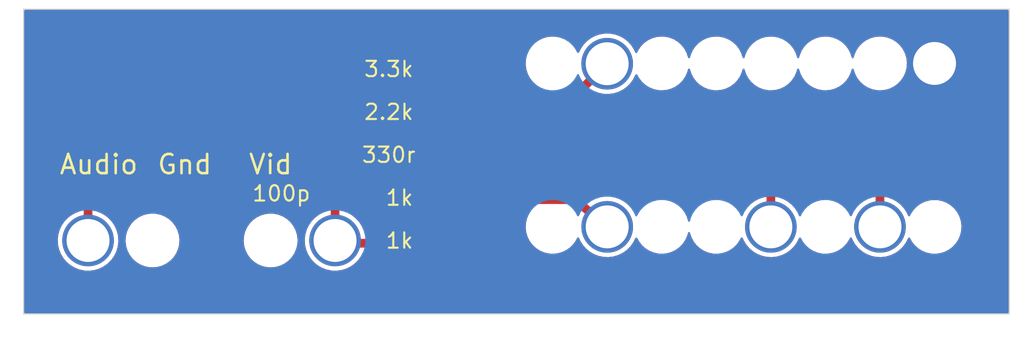
<source format=kicad_pcb>
(kicad_pcb (version 20211014) (generator pcbnew)
  (layers (0 "F.Cu" signal) (31 "B.Cu" signal) (34 "B.Paste" user) (35 "F.Paste" user) (36 "B.SilkS" user "B.Silkscreen") (37 "F.SilkS" user "F.Silkscreen") (38 "B.Mask" user) (39 "F.Mask" user) (44 "Edge.Cuts" user))
  (net 0 "")
  (net 1 "N$1")
  (net 2 "N$2")
  (net 3 "N$3")
  (net 4 "N$4")
  (net 5 "N$5")
  (net 6 "GND")
  (net 7 "COLORIN")
  (net 8 "AUDIOIN")
  (footprint "" (layer "F.Cu") (at 167.9661 108.0466)
    (fp_text reference "@HOLE8" hide)
    (fp_text value "" (at 0 0) (layer "F.SilkS") (effects (font (size 1.27 1.27))))
    (pad "" np_thru_hole circle (at 0 0) (size 2 2) (drill 2) (layers *.Cu *.Mask))
  )
  (footprint "" (layer "F.Cu") (at 160.3461 100.4266)
    (fp_text reference "@HOLE5" hide)
    (fp_text value "" (at 0 0) (layer "F.SilkS") (effects (font (size 1.27 1.27))))
    (pad "" np_thru_hole circle (at 0 0) (size 2 2) (drill 2) (layers *.Cu *.Mask))
  )
  (footprint "AtariJuniorAV:R0805" (layer "F.Cu") (at 145.6141 104.7446 180)
    (fp_text reference "R3" hide)
    (fp_text value "330r")
    (pad "1" smd rect (at -0.95 0 180) (size 1.3 1.5) (layers "F.Cu" "F.Paste" "F.Mask") (net 3 "N$3"))
    (pad "2" smd rect (at 0.95 0 180) (size 1.3 1.5) (layers "F.Cu" "F.Paste" "F.Mask") (net 5 "N$5"))
  )
  (footprint "" (layer "F.Cu") (at 155.2661 108.0466)
    (fp_text reference "@HOLE11" hide)
    (fp_text value "" (at 0 0) (layer "F.SilkS") (effects (font (size 1.27 1.27))))
    (pad "" np_thru_hole circle (at 0 0) (size 2 2) (drill 2) (layers *.Cu *.Mask))
  )
  (footprint "" (layer "F.Cu") (at 131.5561 108.6816)
    (fp_text reference "@HOLE0" hide)
    (fp_text value "" (at 0 0) (layer "F.SilkS") (effects (font (size 1.27 1.27))))
    (pad "" np_thru_hole circle (at 0 0) (size 2 2) (drill 2) (layers *.Cu *.Mask))
  )
  (footprint "" (layer "F.Cu") (at 155.2661 100.4266)
    (fp_text reference "@HOLE3" hide)
    (fp_text value "" (at 0 0) (layer "F.SilkS") (effects (font (size 1.27 1.27))))
    (pad "" np_thru_hole circle (at 0 0) (size 2 2) (drill 2) (layers *.Cu *.Mask))
  )
  (footprint "" (layer "F.Cu") (at 162.8861 100.4266)
    (fp_text reference "@HOLE6" hide)
    (fp_text value "" (at 0 0) (layer "F.SilkS") (effects (font (size 1.27 1.27))))
    (pad "" np_thru_hole circle (at 0 0) (size 2 2) (drill 2) (layers *.Cu *.Mask))
  )
  (footprint "AtariJuniorAV:R0805" (layer "F.Cu") (at 145.6141 106.7766 180)
    (fp_text reference "R2" hide)
    (fp_text value "1k")
    (pad "1" smd rect (at -0.95 0 180) (size 1.3 1.5) (layers "F.Cu" "F.Paste" "F.Mask") (net 4 "N$4"))
    (pad "2" smd rect (at 0.95 0 180) (size 1.3 1.5) (layers "F.Cu" "F.Paste" "F.Mask") (net 5 "N$5"))
  )
  (footprint "" (layer "F.Cu") (at 165.4261 100.4266)
    (fp_text reference "@HOLE7" hide)
    (fp_text value "" (at 0 0) (layer "F.SilkS") (effects (font (size 1.27 1.27))))
    (pad "" np_thru_hole circle (at 0 0) (size 2 2) (drill 2) (layers *.Cu *.Mask))
  )
  (footprint "" (layer "F.Cu") (at 162.8861 108.0466)
    (fp_text reference "@HOLE9" hide)
    (fp_text value "" (at 0 0) (layer "F.SilkS") (effects (font (size 1.27 1.27))))
    (pad "" np_thru_hole circle (at 0 0) (size 2 2) (drill 2) (layers *.Cu *.Mask))
  )
  (footprint "" (layer "F.Cu") (at 157.8061 100.4266)
    (fp_text reference "@HOLE4" hide)
    (fp_text value "" (at 0 0) (layer "F.SilkS") (effects (font (size 1.27 1.27))))
    (pad "" np_thru_hole circle (at 0 0) (size 2 2) (drill 2) (layers *.Cu *.Mask))
  )
  (footprint "AtariJuniorAV:SMD2,54-5,08" (layer "F.Cu") (at 133.0561 101.6106)
    (fp_text reference "GND" hide)
    (fp_text value "WIREPADSMD2,54-5,08")
    (pad "1" smd rect (at 0 0) (size 2.54 5.08) (layers "F.Cu" "F.Paste" "F.Mask") (net 6 "GND"))
  )
  (footprint "AtariJuniorAV:R0805" (layer "F.Cu") (at 145.6141 108.8106 180)
    (fp_text reference "R5" hide)
    (fp_text value "1k")
    (pad "1" smd rect (at -0.95 0 180) (size 1.3 1.5) (layers "F.Cu" "F.Paste" "F.Mask") (net 6 "GND"))
    (pad "2" smd rect (at 0.95 0 180) (size 1.3 1.5) (layers "F.Cu" "F.Paste" "F.Mask") (net 7 "COLORIN"))
  )
  (footprint "" (layer "F.Cu") (at 157.8061 108.0466)
    (fp_text reference "@HOLE10" hide)
    (fp_text value "" (at 0 0) (layer "F.SilkS") (effects (font (size 1.27 1.27))))
    (pad "" np_thru_hole circle (at 0 0) (size 2 2) (drill 2) (layers *.Cu *.Mask))
  )
  (footprint "" (layer "F.Cu") (at 150.1861 108.0466)
    (fp_text reference "@HOLE12" hide)
    (fp_text value "" (at 0 0) (layer "F.SilkS") (effects (font (size 1.27 1.27))))
    (pad "" np_thru_hole circle (at 0 0) (size 2 2) (drill 2) (layers *.Cu *.Mask))
  )
  (footprint "AtariJuniorAV:SMD2,54-5,08" (layer "F.Cu") (at 137.0561 101.6106)
    (fp_text reference "VIDEO" hide)
    (fp_text value "WIREPADSMD2,54-5,08")
    (pad "1" smd rect (at 0 0) (size 2.54 5.08) (layers "F.Cu" "F.Paste" "F.Mask") (net 5 "N$5"))
  )
  (footprint "AtariJuniorAV:R0805" (layer "F.Cu") (at 145.6141 102.7126 180)
    (fp_text reference "R4" hide)
    (fp_text value "2.2k")
    (pad "1" smd rect (at -0.95 0 180) (size 1.3 1.5) (layers "F.Cu" "F.Paste" "F.Mask") (net 2 "N$2"))
    (pad "2" smd rect (at 0.95 0 180) (size 1.3 1.5) (layers "F.Cu" "F.Paste" "F.Mask") (net 5 "N$5"))
  )
  (footprint "AtariJuniorAV:C0805" (layer "F.Cu") (at 140.0561 105.6106 90)
    (fp_text reference "C1" hide)
    (fp_text value "100pF")
    (pad "1" smd rect (at -0.95 0 90) (size 1.3 1.5) (layers "F.Cu" "F.Paste" "F.Mask") (net 7 "COLORIN"))
    (pad "2" smd rect (at 0.95 0 90) (size 1.3 1.5) (layers "F.Cu" "F.Paste" "F.Mask") (net 5 "N$5"))
  )
  (footprint "AtariJuniorAV:SMD2,54-5,08" (layer "F.Cu") (at 129.0561 101.6106)
    (fp_text reference "AUDIO" hide)
    (fp_text value "WIREPADSMD2,54-5,08")
    (pad "1" smd rect (at 0 0) (size 2.54 5.08) (layers "F.Cu" "F.Paste" "F.Mask") (net 8 "AUDIOIN"))
  )
  (footprint "" (layer "F.Cu") (at 137.0561 108.6816)
    (fp_text reference "@HOLE1" hide)
    (fp_text value "" (at 0 0) (layer "F.SilkS") (effects (font (size 1.27 1.27))))
    (pad "" np_thru_hole circle (at 0 0) (size 2 2) (drill 2) (layers *.Cu *.Mask))
  )
  (footprint "AtariJuniorAV:R0805" (layer "F.Cu") (at 145.6141 100.6806 180)
    (fp_text reference "R1" hide)
    (fp_text value "3.3k")
    (pad "1" smd rect (at -0.95 0 180) (size 1.3 1.5) (layers "F.Cu" "F.Paste" "F.Mask") (net 1 "N$1"))
    (pad "2" smd rect (at 0.95 0 180) (size 1.3 1.5) (layers "F.Cu" "F.Paste" "F.Mask") (net 5 "N$5"))
  )
  (footprint "" (layer "F.Cu") (at 150.1861 100.4266)
    (fp_text reference "@HOLE2" hide)
    (fp_text value "" (at 0 0) (layer "F.SilkS") (effects (font (size 1.27 1.27))))
    (pad "" np_thru_hole circle (at 0 0) (size 2 2) (drill 2) (layers *.Cu *.Mask))
  )
  (gr_line (start 125.5561 97.8966) (end 125.5561 112.1106) (layer "Edge.Cuts") (width 0.05))
  (gr_line (start 125.5561 112.1106) (end 171.4461 112.1106) (layer "Edge.Cuts") (width 0.05))
  (gr_line (start 171.4461 97.8966) (end 125.5561 97.8966) (layer "Edge.Cuts") (width 0.05))
  (gr_line (start 171.4461 112.1106) (end 171.4461 97.8966) (layer "Edge.Cuts") (width 0.05))
  (gr_text "1k" (at 143.0561 109.1106) (layer "F.SilkS") (effects (font (size 0.715264 0.715264) (thickness 0.097536)) (justify bottom)))
  (gr_text "100p" (at 137.5561 106.9106) (layer "F.SilkS") (effects (font (size 0.715264 0.715264) (thickness 0.097536)) (justify bottom)))
  (gr_text "Vid" (at 137.0561 104.6106) (layer "F.SilkS") (effects (font (size 0.89408 0.89408) (thickness 0.12192)) (justify top)))
  (gr_text "Gnd" (at 133.0561 104.6106) (layer "F.SilkS") (effects (font (size 0.89408 0.89408) (thickness 0.12192)) (justify top)))
  (gr_text "1k" (at 143.0561 107.1106) (layer "F.SilkS") (effects (font (size 0.715264 0.715264) (thickness 0.097536)) (justify bottom)))
  (gr_text "3.3k" (at 142.5561 101.1106) (layer "F.SilkS") (effects (font (size 0.715264 0.715264) (thickness 0.097536)) (justify bottom)))
  (gr_text "330r" (at 142.5561 105.1106) (layer "F.SilkS") (effects (font (size 0.715264 0.715264) (thickness 0.097536)) (justify bottom)))
  (gr_text "2.2k" (at 142.5561 103.1106) (layer "F.SilkS") (effects (font (size 0.715264 0.715264) (thickness 0.097536)) (justify bottom)))
  (gr_text "Audio" (at 129.0561 104.6106) (layer "F.SilkS") (effects (font (size 0.89408 0.89408) (thickness 0.12192)) (justify top)))
  (segment (start 151.2021 101.9506) (end 152.7251 100.4406) (width 0.4064) (layer "F.Cu") (net 1))
  (segment (start 147.8341 101.9506) (end 151.2021 101.9506) (width 0.4064) (layer "F.Cu") (net 1))
  (segment (start 146.5641 100.6806) (end 147.8341 101.9506) (width 0.4064) (layer "F.Cu") (net 1))
  (via (at 152.7251 100.4406) (size 2.4064) (drill 2) (layers "F.Cu" "B.Cu") (net 1))
  (segment (start 146.5641 102.7126) (end 163.9021 102.7126) (width 0.4064) (layer "F.Cu") (net 2))
  (segment (start 165.4261 104.2366) (end 165.4261 108.0466) (width 0.4064) (layer "F.Cu") (net 2))
  (segment (start 163.9021 102.7126) (end 165.4261 104.2366) (width 0.4064) (layer "F.Cu") (net 2))
  (via (at 165.4261 108.0466) (size 2.4064) (drill 2) (layers "F.Cu" "B.Cu") (net 2))
  (segment (start 160.3461 105.5066) (end 160.3461 108.0466) (width 0.4064) (layer "F.Cu") (net 3))
  (segment (start 159.5841 104.7446) (end 160.3461 105.5066) (width 0.4064) (layer "F.Cu") (net 3))
  (segment (start 146.5641 104.7446) (end 159.5841 104.7446) (width 0.4064) (layer "F.Cu") (net 3))
  (via (at 160.3461 108.0466) (size 2.4064) (drill 2) (layers "F.Cu" "B.Cu") (net 3))
  (segment (start 151.2261 106.7766) (end 152.7261 108.0466) (width 0.4064) (layer "F.Cu") (net 4))
  (segment (start 146.5641 106.7766) (end 151.2261 106.7766) (width 0.4064) (layer "F.Cu") (net 4))
  (via (at 152.7261 108.0466) (size 2.4064) (drill 2) (layers "F.Cu" "B.Cu") (net 4))
  (segment (start 144.6641 102.7126) (end 144.6641 104.7446) (width 0.4064) (layer "F.Cu") (net 5))
  (segment (start 144.6641 100.6806) (end 144.6641 102.7126) (width 0.4064) (layer "F.Cu") (net 5))
  (segment (start 144.6641 104.7446) (end 144.6641 101.7186) (width 0.4064) (layer "F.Cu") (net 5))
  (segment (start 144.5561 101.6106) (end 140.0561 101.6106) (width 0.4064) (layer "F.Cu") (net 5))
  (segment (start 144.6641 101.7186) (end 144.5561 101.6106) (width 0.4064) (layer "F.Cu") (net 5))
  (segment (start 140.0561 104.6606) (end 140.0561 101.6106) (width 0.4064) (layer "F.Cu") (net 5))
  (segment (start 144.6641 104.7446) (end 144.6641 106.7766) (width 0.4064) (layer "F.Cu") (net 5))
  (segment (start 140.0561 101.6106) (end 137.0561 101.6106) (width 0.4064) (layer "F.Cu") (net 5))
  (via (at 167.9661 100.4266) (size 2.4064) (drill 2) (layers "F.Cu" "B.Cu") (net 6))
  (segment (start 144.6641 108.8106) (end 140.0271 108.8106) (width 0.4064) (layer "F.Cu") (net 7))
  (segment (start 140.0561 108.6816) (end 140.0561 106.5606) (width 0.4064) (layer "F.Cu") (net 7))
  (segment (start 140.0271 108.8106) (end 140.0561 108.6816) (width 0.4064) (layer "F.Cu") (net 7))
  (via (at 140.0561 108.6816) (size 2.4064) (drill 2) (layers "F.Cu" "B.Cu") (net 7))
  (segment (start 128.5561 108.6816) (end 128.5561 106.6106) (width 0.4064) (layer "F.Cu") (net 8))
  (segment (start 128.5561 106.6106) (end 129.5561 105.1106) (width 0.4064) (layer "F.Cu") (net 8))
  (segment (start 129.5561 102.1106) (end 129.0561 101.6106) (width 0.4064) (layer "F.Cu") (net 8))
  (segment (start 129.5561 105.1106) (end 129.5561 102.1106) (width 0.4064) (layer "F.Cu") (net 8))
  (via (at 128.5561 108.6816) (size 2.4064) (drill 2) (layers "F.Cu" "B.Cu") (net 8))
  (zone (net 6) (net_name "GND") (layer "F.Cu") (priority 6) (connect_pads (clearance 0.000001)) (min_thickness 0.15) (fill yes (thermal_gap 0.35) (thermal_bridge_width 0.35))
    (polygon (pts (xy 171.9761 112.7606) (xy 125.408384 112.7606) (xy 125.173781 97.4686) (xy 171.9761 97.4686)))
  )
  (zone (net 6) (net_name "GND") (layer "B.Cu") (priority 6) (connect_pads (clearance 0.000001)) (min_thickness 0.1) (fill yes (thermal_gap 0.25) (thermal_bridge_width 0.25))
    (polygon (pts (xy 172.1561 113.2106) (xy 124.4561 113.2106) (xy 124.4561 97.5106) (xy 172.1561 97.5106)))
  )
)
</source>
